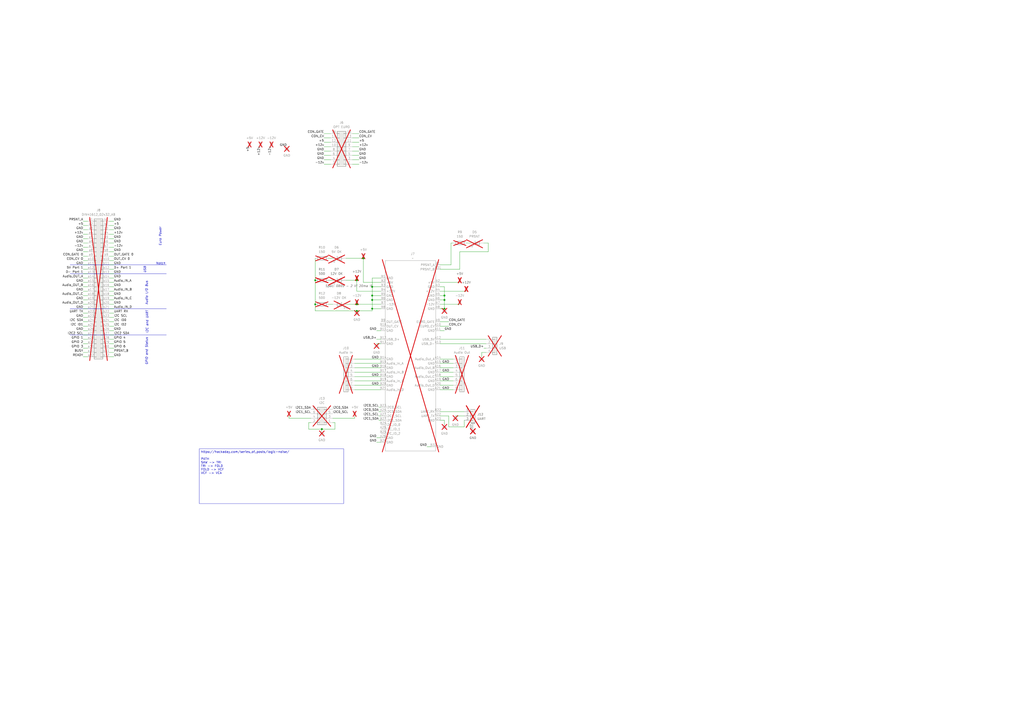
<source format=kicad_sch>
(kicad_sch (version 20231120) (generator "eeschema") (generator_version "8.0")
  (paper "A2")
  (title_block (title "Audio Thing Template") (rev "1.0") (company "velvia-fifty") (comment 1 "https://github.com/velvia-fifty/AudioThings") (comment 2 "You should have changed this already :)") (comment 4 "Stay humble"))
  (lib_symbols
    (symbol "AT-Symbols:EURO_Express_x4" (in_bom no)
      (property "Reference" "J" (at 1.27 2.032 0))
      (symbol "EURO_Express_x4_0_0"
        (pin passive line (at 43.18 2.54 180) (length 2.54) (name "PRSNT_A") (number "A1"))
        (pin bidirectional line (at 43.18 -33.02 180) (length 2.54) (name "EURO_CV") (number "A10"))
        (pin passive line (at 43.18 -35.56 180) (length 2.54) (name "GND") (number "A11"))
        (pin power_out line (at 43.18 -40.64 180) (length 2.54) (name "USB_5V") (number "A12"))
        (pin bidirectional line (at 43.18 -43.18 180) (length 2.54) (name "USB_D-") (number "A13"))
        (pin bidirectional line (at 43.18 -52.07 180) (length 2.54) (name "Audio_Out_A") (number "A14"))
        (pin passive line (at 43.18 -54.61 180) (length 2.54) (name "GND") (number "A15"))
        (pin bidirectional line (at 43.18 -57.15 180) (length 2.54) (name "Audio_Out_B") (number "A16"))
        (pin passive line (at 43.18 -59.69 180) (length 2.54) (name "GND") (number "A17"))
        (pin bidirectional line (at 43.18 -62.23 180) (length 2.54) (name "Audio_Out_C") (number "A18"))
        (pin passive line (at 43.18 -64.77 180) (length 2.54) (name "GND") (number "A19"))
        (pin power_in line (at 43.18 -7.62 180) (length 2.54) (name "+5V") (number "A2"))
        (pin bidirectional line (at 43.18 -67.31 180) (length 2.54) (name "Audio_Out_D") (number "A20"))
        (pin passive line (at 43.18 -69.85 180) (length 2.54) (name "GND") (number "A21"))
        (pin passive line (at 43.18 -87.63 180) (length 2.54) (name "GND") (number "A23"))
        (pin passive line (at 8.89 -97.79 0) (length 2.54) (name "GND") (number "A26"))
        (pin passive line (at 43.18 -10.16 180) (length 2.54) (name "GND") (number "A3"))
        (pin power_in line (at 43.18 -12.7 180) (length 2.54) (name "+12V") (number "A4"))
        (pin passive line (at 43.18 -15.24 180) (length 2.54) (name "GND") (number "A5"))
        (pin passive line (at 43.18 -17.78 180) (length 2.54) (name "GND") (number "A6"))
        (pin power_in line (at 43.18 -20.32 180) (length 2.54) (name "-12V") (number "A7"))
        (pin passive line (at 43.18 -22.86 180) (length 2.54) (name "GND") (number "A8"))
        (pin bidirectional line (at 43.18 -30.48 180) (length 2.54) (name "EURO_GATE") (number "A9"))
        (pin passive line (at 8.89 -5.08 0) (length 2.54) (name "GND") (number "B1"))
        (pin bidirectional line (at 8.89 -33.02 0) (length 2.54) (name "OUT_CV") (number "B10"))
        (pin passive line (at 8.89 -35.56 0) (length 2.54) (name "GND") (number "B11"))
        (pin bidirectional line (at 8.89 -40.64 0) (length 2.54) (name "USB_D+") (number "B12"))
        (pin passive line (at 8.89 -43.18 0) (length 2.54) (name "GND") (number "B13"))
        (pin passive line (at 8.89 -52.07 0) (length 2.54) (name "GND") (number "B14"))
        (pin bidirectional line (at 8.89 -54.61 0) (length 2.54) (name "Audio_In_A") (number "B15"))
        (pin passive line (at 8.89 -57.15 0) (length 2.54) (name "GND") (number "B16"))
        (pin bidirectional line (at 8.89 -59.69 0) (length 2.54) (name "Audio_In_B") (number "B17"))
        (pin passive line (at 8.89 -62.23 0) (length 2.54) (name "GND") (number "B18"))
        (pin bidirectional line (at 8.89 -64.77 0) (length 2.54) (name "Audio_In_C") (number "B19"))
        (pin power_in line (at 8.89 -7.62 0) (length 2.54) (name "+5V") (number "B2"))
        (pin passive line (at 8.89 -67.31 0) (length 2.54) (name "GND") (number "B20"))
        (pin bidirectional line (at 8.89 -69.85 0) (length 2.54) (name "Audio_In_D") (number "B21"))
        (pin passive line (at 8.89 -100.33 0) (length 2.54) (name "GND") (number "B26"))
        (pin passive line (at 8.89 -10.16 0) (length 2.54) (name "GND") (number "B3"))
        (pin passive line (at 38.1 -102.87 0) (length 2.54) (name "GND") (number "B32"))
        (pin power_in line (at 8.89 -12.7 0) (length 2.54) (name "+12V") (number "B4"))
        (pin passive line (at 8.89 -15.24 0) (length 2.54) (name "GND") (number "B5"))
        (pin passive line (at 8.89 -17.78 0) (length 2.54) (name "GND") (number "B6"))
        (pin power_in line (at 8.89 -20.32 0) (length 2.54) (name "-12V") (number "B7"))
        (pin passive line (at 8.89 -22.86 0) (length 2.54) (name "GND") (number "B8"))
        (pin bidirectional line (at 8.89 -30.48 0) (length 2.54) (name "OUT_GATE") (number "B9"))
      )
      (symbol "EURO_Express_x4_1_1"
        (rectangle (start 11.43 5.08) (end 40.64 -105.41) (stroke (width 0) (color 72 0 0 1)))
        (pin output line (at 43.18 -85.09 180) (length 2.54) (name "UART_TX") (number "A22"))
        (pin bidirectional line (at 8.89 -82.55 0) (length 2.54) (name "I2C0_SDA") (number "A24"))
        (pin bidirectional line (at 8.89 -92.71 0) (length 2.54) (name "I2C_ID_1") (number "A25"))
        (pin bidirectional line (at 8.89 -85.09 0) (length 2.54) (name "I2C1_SCL") (number "A27"))
        (pin input line (at 43.18 -82.55 180) (length 2.54) (name "UART_RX") (number "B22"))
        (pin bidirectional line (at 8.89 -80.01 0) (length 2.54) (name "I2C0_SCL") (number "B23"))
        (pin bidirectional line (at 8.89 -90.17 0) (length 2.54) (name "I2C_ID_0") (number "B24"))
        (pin bidirectional line (at 8.89 -95.25 0) (length 2.54) (name "I2C_ID_2") (number "B25"))
        (pin bidirectional line (at 8.89 -87.63 0) (length 2.54) (name "I2C1_SDA") (number "B27"))
        (pin passive line (at 43.18 0 180) (length 2.54) (name "PRSNT_B") (number "B31"))
      )
    )
    (symbol "Connector:DIN41612_02x32_AB" (pin_names (offset 1.016) hide)
      (property "Reference" "J" (at 1.27 40.64 0))
      (property "Value" "DIN41612_02x32_AB" (at 1.27 -43.18 0))
      (symbol "DIN41612_02x32_AB_1_1"
        (rectangle (start -1.27 -40.513) (end 0 -40.767) (stroke (width 0.1524)))
        (rectangle (start -1.27 -37.973) (end 0 -38.227) (stroke (width 0.1524)))
        (rectangle (start -1.27 -35.433) (end 0 -35.687) (stroke (width 0.1524)))
        (rectangle (start -1.27 -32.893) (end 0 -33.147) (stroke (width 0.1524)))
        (rectangle (start -1.27 -30.353) (end 0 -30.607) (stroke (width 0.1524)))
        (rectangle (start -1.27 -27.813) (end 0 -28.067) (stroke (width 0.1524)))
        (rectangle (start -1.27 -25.273) (end 0 -25.527) (stroke (width 0.1524)))
        (rectangle (start -1.27 -22.733) (end 0 -22.987) (stroke (width 0.1524)))
        (rectangle (start -1.27 -20.193) (end 0 -20.447) (stroke (width 0.1524)))
        (rectangle (start -1.27 -17.653) (end 0 -17.907) (stroke (width 0.1524)))
        (rectangle (start -1.27 -15.113) (end 0 -15.367) (stroke (width 0.1524)))
        (rectangle (start -1.27 -12.573) (end 0 -12.827) (stroke (width 0.1524)))
        (rectangle (start -1.27 -10.033) (end 0 -10.287) (stroke (width 0.1524)))
        (rectangle (start -1.27 -7.493) (end 0 -7.747) (stroke (width 0.1524)))
        (rectangle (start -1.27 -4.953) (end 0 -5.207) (stroke (width 0.1524)))
        (rectangle (start -1.27 -2.413) (end 0 -2.667) (stroke (width 0.1524)))
        (rectangle (start -1.27 0.127) (end 0 -0.127) (stroke (width 0.1524)))
        (rectangle (start -1.27 2.667) (end 0 2.413) (stroke (width 0.1524)))
        (rectangle (start -1.27 5.207) (end 0 4.953) (stroke (width 0.1524)))
        (rectangle (start -1.27 7.747) (end 0 7.493) (stroke (width 0.1524)))
        (rectangle (start -1.27 10.287) (end 0 10.033) (stroke (width 0.1524)))
        (rectangle (start -1.27 12.827) (end 0 12.573) (stroke (width 0.1524)))
        (rectangle (start -1.27 15.367) (end 0 15.113) (stroke (width 0.1524)))
        (rectangle (start -1.27 17.907) (end 0 17.653) (stroke (width 0.1524)))
        (rectangle (start -1.27 20.447) (end 0 20.193) (stroke (width 0.1524)))
        (rectangle (start -1.27 22.987) (end 0 22.733) (stroke (width 0.1524)))
        (rectangle (start -1.27 25.527) (end 0 25.273) (stroke (width 0.1524)))
        (rectangle (start -1.27 28.067) (end 0 27.813) (stroke (width 0.1524)))
        (rectangle (start -1.27 30.607) (end 0 30.353) (stroke (width 0.1524)))
        (rectangle (start -1.27 33.147) (end 0 32.893) (stroke (width 0.1524)))
        (rectangle (start -1.27 35.687) (end 0 35.433) (stroke (width 0.1524)))
        (rectangle (start -1.27 38.227) (end 0 37.973) (stroke (width 0.1524)))
        (rectangle (start -1.27 39.37) (end 3.81 -41.91) (stroke (width 0.254)) (fill (type background)))
        (rectangle (start 3.81 -40.513) (end 2.54 -40.767) (stroke (width 0.1524)))
        (rectangle (start 3.81 -37.973) (end 2.54 -38.227) (stroke (width 0.1524)))
        (rectangle (start 3.81 -35.433) (end 2.54 -35.687) (stroke (width 0.1524)))
        (rectangle (start 3.81 -32.893) (end 2.54 -33.147) (stroke (width 0.1524)))
        (rectangle (start 3.81 -30.353) (end 2.54 -30.607) (stroke (width 0.1524)))
        (rectangle (start 3.81 -27.813) (end 2.54 -28.067) (stroke (width 0.1524)))
        (rectangle (start 3.81 -25.273) (end 2.54 -25.527) (stroke (width 0.1524)))
        (rectangle (start 3.81 -22.733) (end 2.54 -22.987) (stroke (width 0.1524)))
        (rectangle (start 3.81 -20.193) (end 2.54 -20.447) (stroke (width 0.1524)))
        (rectangle (start 3.81 -17.653) (end 2.54 -17.907) (stroke (width 0.1524)))
        (rectangle (start 3.81 -15.113) (end 2.54 -15.367) (stroke (width 0.1524)))
        (rectangle (start 3.81 -12.573) (end 2.54 -12.827) (stroke (width 0.1524)))
        (rectangle (start 3.81 -10.033) (end 2.54 -10.287) (stroke (width 0.1524)))
        (rectangle (start 3.81 -7.493) (end 2.54 -7.747) (stroke (width 0.1524)))
        (rectangle (start 3.81 -4.953) (end 2.54 -5.207) (stroke (width 0.1524)))
        (rectangle (start 3.81 -2.413) (end 2.54 -2.667) (stroke (width 0.1524)))
        (rectangle (start 3.81 0.127) (end 2.54 -0.127) (stroke (width 0.1524)))
        (rectangle (start 3.81 2.667) (end 2.54 2.413) (stroke (width 0.1524)))
        (rectangle (start 3.81 5.207) (end 2.54 4.953) (stroke (width 0.1524)))
        (rectangle (start 3.81 7.747) (end 2.54 7.493) (stroke (width 0.1524)))
        (rectangle (start 3.81 10.287) (end 2.54 10.033) (stroke (width 0.1524)))
        (rectangle (start 3.81 12.827) (end 2.54 12.573) (stroke (width 0.1524)))
        (rectangle (start 3.81 15.367) (end 2.54 15.113) (stroke (width 0.1524)))
        (rectangle (start 3.81 17.907) (end 2.54 17.653) (stroke (width 0.1524)))
        (rectangle (start 3.81 20.447) (end 2.54 20.193) (stroke (width 0.1524)))
        (rectangle (start 3.81 22.987) (end 2.54 22.733) (stroke (width 0.1524)))
        (rectangle (start 3.81 25.527) (end 2.54 25.273) (stroke (width 0.1524)))
        (rectangle (start 3.81 28.067) (end 2.54 27.813) (stroke (width 0.1524)))
        (rectangle (start 3.81 30.607) (end 2.54 30.353) (stroke (width 0.1524)))
        (rectangle (start 3.81 33.147) (end 2.54 32.893) (stroke (width 0.1524)))
        (rectangle (start 3.81 35.687) (end 2.54 35.433) (stroke (width 0.1524)))
        (rectangle (start 3.81 38.227) (end 2.54 37.973) (stroke (width 0.1524)))
        (pin passive line (at -5.08 38.1 0) (length 3.81) (name "Pin_a1") (number "a1"))
        (pin passive line (at -5.08 15.24 0) (length 3.81) (name "Pin_a10") (number "a10"))
        (pin passive line (at -5.08 12.7 0) (length 3.81) (name "Pin_a11") (number "a11"))
        (pin passive line (at -5.08 10.16 0) (length 3.81) (name "Pin_a12") (number "a12"))
        (pin passive line (at -5.08 7.62 0) (length 3.81) (name "Pin_a13") (number "a13"))
        (pin passive line (at -5.08 5.08 0) (length 3.81) (name "Pin_a14") (number "a14"))
        (pin passive line (at -5.08 2.54 0) (length 3.81) (name "Pin_a15") (number "a15"))
        (pin passive line (at -5.08 0 0) (length 3.81) (name "Pin_a16") (number "a16"))
        (pin passive line (at -5.08 -2.54 0) (length 3.81) (name "Pin_a17") (number "a17"))
        (pin passive line (at -5.08 -5.08 0) (length 3.81) (name "Pin_a18") (number "a18"))
        (pin passive line (at -5.08 -7.62 0) (length 3.81) (name "Pin_a19") (number "a19"))
        (pin passive line (at -5.08 35.56 0) (length 3.81) (name "Pin_a2") (number "a2"))
        (pin passive line (at -5.08 -10.16 0) (length 3.81) (name "Pin_a20") (number "a20"))
        (pin passive line (at -5.08 -12.7 0) (length 3.81) (name "Pin_a21") (number "a21"))
        (pin passive line (at -5.08 -15.24 0) (length 3.81) (name "Pin_a22") (number "a22"))
        (pin passive line (at -5.08 -17.78 0) (length 3.81) (name "Pin_a23") (number "a23"))
        (pin passive line (at -5.08 -20.32 0) (length 3.81) (name "Pin_a24") (number "a24"))
        (pin passive line (at -5.08 -22.86 0) (length 3.81) (name "Pin_a25") (number "a25"))
        (pin passive line (at -5.08 -25.4 0) (length 3.81) (name "Pin_a26") (number "a26"))
        (pin passive line (at -5.08 -27.94 0) (length 3.81) (name "Pin_a27") (number "a27"))
        (pin passive line (at -5.08 -30.48 0) (length 3.81) (name "Pin_a28") (number "a28"))
        (pin passive line (at -5.08 -33.02 0) (length 3.81) (name "Pin_a29") (number "a29"))
        (pin passive line (at -5.08 33.02 0) (length 3.81) (name "Pin_a3") (number "a3"))
        (pin passive line (at -5.08 -35.56 0) (length 3.81) (name "Pin_a30") (number "a30"))
        (pin passive line (at -5.08 -38.1 0) (length 3.81) (name "Pin_a31") (number "a31"))
        (pin passive line (at -5.08 -40.64 0) (length 3.81) (name "Pin_a32") (number "a32"))
        (pin passive line (at -5.08 30.48 0) (length 3.81) (name "Pin_a4") (number "a4"))
        (pin passive line (at -5.08 27.94 0) (length 3.81) (name "Pin_a5") (number "a5"))
        (pin passive line (at -5.08 25.4 0) (length 3.81) (name "Pin_a6") (number "a6"))
        (pin passive line (at -5.08 22.86 0) (length 3.81) (name "Pin_a7") (number "a7"))
        (pin passive line (at -5.08 20.32 0) (length 3.81) (name "Pin_a8") (number "a8"))
        (pin passive line (at -5.08 17.78 0) (length 3.81) (name "Pin_a9") (number "a9"))
        (pin passive line (at 7.62 38.1 180) (length 3.81) (name "Pin_b1") (number "b1"))
        (pin passive line (at 7.62 15.24 180) (length 3.81) (name "Pin_b10") (number "b10"))
        (pin passive line (at 7.62 12.7 180) (length 3.81) (name "Pin_b11") (number "b11"))
        (pin passive line (at 7.62 10.16 180) (length 3.81) (name "Pin_b12") (number "b12"))
        (pin passive line (at 7.62 7.62 180) (length 3.81) (name "Pin_b13") (number "b13"))
        (pin passive line (at 7.62 5.08 180) (length 3.81) (name "Pin_b14") (number "b14"))
        (pin passive line (at 7.62 2.54 180) (length 3.81) (name "Pin_b15") (number "b15"))
        (pin passive line (at 7.62 0 180) (length 3.81) (name "Pin_b16") (number "b16"))
        (pin passive line (at 7.62 -2.54 180) (length 3.81) (name "Pin_b17") (number "b17"))
        (pin passive line (at 7.62 -5.08 180) (length 3.81) (name "Pin_b18") (number "b18"))
        (pin passive line (at 7.62 -7.62 180) (length 3.81) (name "Pin_b19") (number "b19"))
        (pin passive line (at 7.62 35.56 180) (length 3.81) (name "Pin_b2") (number "b2"))
        (pin passive line (at 7.62 -10.16 180) (length 3.81) (name "Pin_b20") (number "b20"))
        (pin passive line (at 7.62 -12.7 180) (length 3.81) (name "Pin_b21") (number "b21"))
        (pin passive line (at 7.62 -15.24 180) (length 3.81) (name "Pin_b22") (number "b22"))
        (pin passive line (at 7.62 -17.78 180) (length 3.81) (name "Pin_b23") (number "b23"))
        (pin passive line (at 7.62 -20.32 180) (length 3.81) (name "Pin_b24") (number "b24"))
        (pin passive line (at 7.62 -22.86 180) (length 3.81) (name "Pin_b25") (number "b25"))
        (pin passive line (at 7.62 -25.4 180) (length 3.81) (name "Pin_b26") (number "b26"))
        (pin passive line (at 7.62 -27.94 180) (length 3.81) (name "Pin_b27") (number "b27"))
        (pin passive line (at 7.62 -30.48 180) (length 3.81) (name "Pin_b28") (number "b28"))
        (pin passive line (at 7.62 -33.02 180) (length 3.81) (name "Pin_b29") (number "b29"))
        (pin passive line (at 7.62 33.02 180) (length 3.81) (name "Pin_b3") (number "b3"))
        (pin passive line (at 7.62 -35.56 180) (length 3.81) (name "Pin_b30") (number "b30"))
        (pin passive line (at 7.62 -38.1 180) (length 3.81) (name "Pin_b31") (number "b31"))
        (pin passive line (at 7.62 -40.64 180) (length 3.81) (name "Pin_b32") (number "b32"))
        (pin passive line (at 7.62 30.48 180) (length 3.81) (name "Pin_b4") (number "b4"))
        (pin passive line (at 7.62 27.94 180) (length 3.81) (name "Pin_b5") (number "b5"))
        (pin passive line (at 7.62 25.4 180) (length 3.81) (name "Pin_b6") (number "b6"))
        (pin passive line (at 7.62 22.86 180) (length 3.81) (name "Pin_b7") (number "b7"))
        (pin passive line (at 7.62 20.32 180) (length 3.81) (name "Pin_b8") (number "b8"))
        (pin passive line (at 7.62 17.78 180) (length 3.81) (name "Pin_b9") (number "b9"))
      )
    )
    (symbol "Connector_Generic:Conn_01x08" (pin_names (offset 1.016) hide)
      (property "Reference" "J" (at 0 10.16 0))
      (property "Value" "Conn_01x08" (at 0 -12.7 0))
      (symbol "Conn_01x08_1_1"
        (rectangle (start -1.27 -10.033) (end 0 -10.287) (stroke (width 0.1524)))
        (rectangle (start -1.27 -7.493) (end 0 -7.747) (stroke (width 0.1524)))
        (rectangle (start -1.27 -4.953) (end 0 -5.207) (stroke (width 0.1524)))
        (rectangle (start -1.27 -2.413) (end 0 -2.667) (stroke (width 0.1524)))
        (rectangle (start -1.27 0.127) (end 0 -0.127) (stroke (width 0.1524)))
        (rectangle (start -1.27 2.667) (end 0 2.413) (stroke (width 0.1524)))
        (rectangle (start -1.27 5.207) (end 0 4.953) (stroke (width 0.1524)))
        (rectangle (start -1.27 7.747) (end 0 7.493) (stroke (width 0.1524)))
        (rectangle (start -1.27 8.89) (end 1.27 -11.43) (stroke (width 0.254)) (fill (type background)))
        (pin passive line (at -5.08 7.62 0) (length 3.81) (name "Pin_1") (number "1"))
        (pin passive line (at -5.08 5.08 0) (length 3.81) (name "Pin_2") (number "2"))
        (pin passive line (at -5.08 2.54 0) (length 3.81) (name "Pin_3") (number "3"))
        (pin passive line (at -5.08 0 0) (length 3.81) (name "Pin_4") (number "4"))
        (pin passive line (at -5.08 -2.54 0) (length 3.81) (name "Pin_5") (number "5"))
        (pin passive line (at -5.08 -5.08 0) (length 3.81) (name "Pin_6") (number "6"))
        (pin passive line (at -5.08 -7.62 0) (length 3.81) (name "Pin_7") (number "7"))
        (pin passive line (at -5.08 -10.16 0) (length 3.81) (name "Pin_8") (number "8"))
      )
    )
    (symbol "Connector_Generic:Conn_02x04_Odd_Even" (pin_names (offset 1.016) hide)
      (property "Reference" "J" (at 1.27 5.08 0))
      (property "Value" "Conn_02x04_Odd_Even" (at 1.27 -7.62 0))
      (symbol "Conn_02x04_Odd_Even_1_1"
        (rectangle (start -1.27 -4.953) (end 0 -5.207) (stroke (width 0.1524)))
        (rectangle (start -1.27 -2.413) (end 0 -2.667) (stroke (width 0.1524)))
        (rectangle (start -1.27 0.127) (end 0 -0.127) (stroke (width 0.1524)))
        (rectangle (start -1.27 2.667) (end 0 2.413) (stroke (width 0.1524)))
        (rectangle (start -1.27 3.81) (end 3.81 -6.35) (stroke (width 0.254)) (fill (type background)))
        (rectangle (start 3.81 -4.953) (end 2.54 -5.207) (stroke (width 0.1524)))
        (rectangle (start 3.81 -2.413) (end 2.54 -2.667) (stroke (width 0.1524)))
        (rectangle (start 3.81 0.127) (end 2.54 -0.127) (stroke (width 0.1524)))
        (rectangle (start 3.81 2.667) (end 2.54 2.413) (stroke (width 0.1524)))
        (pin passive line (at -5.08 2.54 0) (length 3.81) (name "Pin_1") (number "1"))
        (pin passive line (at 7.62 2.54 180) (length 3.81) (name "Pin_2") (number "2"))
        (pin passive line (at -5.08 0 0) (length 3.81) (name "Pin_3") (number "3"))
        (pin passive line (at 7.62 0 180) (length 3.81) (name "Pin_4") (number "4"))
        (pin passive line (at -5.08 -2.54 0) (length 3.81) (name "Pin_5") (number "5"))
        (pin passive line (at 7.62 -2.54 180) (length 3.81) (name "Pin_6") (number "6"))
        (pin passive line (at -5.08 -5.08 0) (length 3.81) (name "Pin_7") (number "7"))
        (pin passive line (at 7.62 -5.08 180) (length 3.81) (name "Pin_8") (number "8"))
      )
    )
    (symbol "Connector_Generic:Conn_02x08_Odd_Even" (pin_names (offset 1.016) hide)
      (property "Reference" "J" (at 1.27 10.16 0))
      (property "Value" "Conn_02x08_Odd_Even" (at 1.27 -12.7 0))
      (symbol "Conn_02x08_Odd_Even_1_1"
        (rectangle (start -1.27 -10.033) (end 0 -10.287) (stroke (width 0.1524)))
        (rectangle (start -1.27 -7.493) (end 0 -7.747) (stroke (width 0.1524)))
        (rectangle (start -1.27 -4.953) (end 0 -5.207) (stroke (width 0.1524)))
        (rectangle (start -1.27 -2.413) (end 0 -2.667) (stroke (width 0.1524)))
        (rectangle (start -1.27 0.127) (end 0 -0.127) (stroke (width 0.1524)))
        (rectangle (start -1.27 2.667) (end 0 2.413) (stroke (width 0.1524)))
        (rectangle (start -1.27 5.207) (end 0 4.953) (stroke (width 0.1524)))
        (rectangle (start -1.27 7.747) (end 0 7.493) (stroke (width 0.1524)))
        (rectangle (start -1.27 8.89) (end 3.81 -11.43) (stroke (width 0.254)) (fill (type background)))
        (rectangle (start 3.81 -10.033) (end 2.54 -10.287) (stroke (width 0.1524)))
        (rectangle (start 3.81 -7.493) (end 2.54 -7.747) (stroke (width 0.1524)))
        (rectangle (start 3.81 -4.953) (end 2.54 -5.207) (stroke (width 0.1524)))
        (rectangle (start 3.81 -2.413) (end 2.54 -2.667) (stroke (width 0.1524)))
        (rectangle (start 3.81 0.127) (end 2.54 -0.127) (stroke (width 0.1524)))
        (rectangle (start 3.81 2.667) (end 2.54 2.413) (stroke (width 0.1524)))
        (rectangle (start 3.81 5.207) (end 2.54 4.953) (stroke (width 0.1524)))
        (rectangle (start 3.81 7.747) (end 2.54 7.493) (stroke (width 0.1524)))
        (pin passive line (at -5.08 7.62 0) (length 3.81) (name "Pin_1") (number "1"))
        (pin passive line (at 7.62 -2.54 180) (length 3.81) (name "Pin_10") (number "10"))
        (pin passive line (at -5.08 -5.08 0) (length 3.81) (name "Pin_11") (number "11"))
        (pin passive line (at 7.62 -5.08 180) (length 3.81) (name "Pin_12") (number "12"))
        (pin passive line (at -5.08 -7.62 0) (length 3.81) (name "Pin_13") (number "13"))
        (pin passive line (at 7.62 -7.62 180) (length 3.81) (name "Pin_14") (number "14"))
        (pin passive line (at -5.08 -10.16 0) (length 3.81) (name "Pin_15") (number "15"))
        (pin passive line (at 7.62 -10.16 180) (length 3.81) (name "Pin_16") (number "16"))
        (pin passive line (at 7.62 7.62 180) (length 3.81) (name "Pin_2") (number "2"))
        (pin passive line (at -5.08 5.08 0) (length 3.81) (name "Pin_3") (number "3"))
        (pin passive line (at 7.62 5.08 180) (length 3.81) (name "Pin_4") (number "4"))
        (pin passive line (at -5.08 2.54 0) (length 3.81) (name "Pin_5") (number "5"))
        (pin passive line (at 7.62 2.54 180) (length 3.81) (name "Pin_6") (number "6"))
        (pin passive line (at -5.08 0 0) (length 3.81) (name "Pin_7") (number "7"))
        (pin passive line (at 7.62 0 180) (length 3.81) (name "Pin_8") (number "8"))
        (pin passive line (at -5.08 -2.54 0) (length 3.81) (name "Pin_9") (number "9"))
      )
    )
    (symbol "Connector_Generic_MountingPin:Conn_01x03_MountingPin" (pin_names (offset 1.016) hide)
      (property "Reference" "J" (at 0 5.08 0))
      (property "Value" "Conn_01x03_MountingPin" (at 1.27 -5.08 0))
      (symbol "Conn_01x03_MountingPin_1_1"
        (rectangle (start -1.27 -2.413) (end 0 -2.667) (stroke (width 0.1524)))
        (rectangle (start -1.27 0.127) (end 0 -0.127) (stroke (width 0.1524)))
        (rectangle (start -1.27 2.667) (end 0 2.413) (stroke (width 0.1524)))
        (rectangle (start -1.27 3.81) (end 1.27 -3.81) (stroke (width 0.254)) (fill (type background)))
        (polyline (pts (xy -1.016 -4.572) (xy 1.016 -4.572)) (stroke (width 0.1524)))
        (text "Mounting" (at 0 -4.191 0) (effects (font (size 0.381 0.381))))
        (pin passive line (at -5.08 2.54 0) (length 3.81) (name "Pin_1") (number "1"))
        (pin passive line (at -5.08 0 0) (length 3.81) (name "Pin_2") (number "2"))
        (pin passive line (at -5.08 -2.54 0) (length 3.81) (name "Pin_3") (number "3"))
        (pin passive line (at 0 -7.62 90) (length 3.048) (name "MountPin") (number "MP"))
      )
    )
    (symbol "Device:LED" (pin_numbers hide) (pin_names (offset 1.016) hide)
      (property "Reference" "D" (at 0 2.54 0))
      (property "Value" "LED" (at 0 -2.54 0))
      (symbol "LED_0_1"
        (polyline (pts (xy -1.27 -1.27) (xy -1.27 1.27)) (stroke (width 0.254)))
        (polyline (pts (xy -1.27 0) (xy 1.27 0)))
        (polyline (pts (xy 1.27 -1.27) (xy 1.27 1.27) (xy -1.27 0) (xy 1.27 -1.27)) (stroke (width 0.254)))
        (polyline (pts (xy -3.048 -0.762) (xy -4.572 -2.286) (xy -3.81 -2.286) (xy -4.572 -2.286) (xy -4.572 -1.524)))
        (polyline (pts (xy -1.778 -0.762) (xy -3.302 -2.286) (xy -2.54 -2.286) (xy -3.302 -2.286) (xy -3.302 -1.524)))
      )
      (symbol "LED_1_1"
        (pin passive line (at -3.81 0 0) (length 2.54) (name "K") (number "1"))
        (pin passive line (at 3.81 0 180) (length 2.54) (name "A") (number "2"))
      )
    )
    (symbol "Device:R" (pin_numbers hide) (pin_names (offset 0))
      (property "Reference" "R" (at 2.032 0 90))
      (property "Value" "R" (at 0 0 90))
      (symbol "R_0_1"
        (rectangle (start -1.016 -2.54) (end 1.016 2.54) (stroke (width 0.254)))
      )
      (symbol "R_1_1"
        (pin passive line (at 0 3.81 270) (length 1.27) (name "~") (number "1"))
        (pin passive line (at 0 -3.81 90) (length 1.27) (name "~") (number "2"))
      )
    )
    (symbol "PCM_4ms_Connector:Conn_01x04" (pin_names (offset 1.016) hide)
      (property "Reference" "J" (at 0 5.08 0))
      (property "Value" "Conn_01x04" (at 0 -7.62 0))
      (symbol "Conn_01x04_1_1"
        (rectangle (start -1.27 -4.953) (end 0 -5.207) (stroke (width 0.1524)))
        (rectangle (start -1.27 -2.413) (end 0 -2.667) (stroke (width 0.1524)))
        (rectangle (start -1.27 0.127) (end 0 -0.127) (stroke (width 0.1524)))
        (rectangle (start -1.27 2.667) (end 0 2.413) (stroke (width 0.1524)))
        (rectangle (start -1.27 3.81) (end 1.27 -6.35) (stroke (width 0.254)) (fill (type background)))
        (pin passive line (at -5.08 2.54 0) (length 3.81) (name "Pin_1") (number "1"))
        (pin passive line (at -5.08 0 0) (length 3.81) (name "Pin_2") (number "2"))
        (pin passive line (at -5.08 -2.54 0) (length 3.81) (name "Pin_3") (number "3"))
        (pin passive line (at -5.08 -5.08 0) (length 3.81) (name "Pin_4") (number "4"))
      )
    )
    (symbol "power:+12V" (power) (pin_numbers hide) (pin_names (offset 0) hide)
      (property "Value" "+12V" (at 0 3.556 0))
      (symbol "+12V_0_1"
        (polyline (pts (xy -0.762 1.27) (xy 0 2.54)))
        (polyline (pts (xy 0 0) (xy 0 2.54)))
        (polyline (pts (xy 0 2.54) (xy 0.762 1.27)))
      )
      (symbol "+12V_1_1"
        (pin power_in line (at 0 0 90) (length 0) (name "~") (number "1"))
      )
    )
    (symbol "power:+5V" (power) (pin_numbers hide) (pin_names (offset 0) hide)
      (property "Value" "+5V" (at 0 3.556 0))
      (symbol "+5V_0_1"
        (polyline (pts (xy -0.762 1.27) (xy 0 2.54)))
        (polyline (pts (xy 0 0) (xy 0 2.54)))
        (polyline (pts (xy 0 2.54) (xy 0.762 1.27)))
      )
      (symbol "+5V_1_1"
        (pin power_in line (at 0 0 90) (length 0) (name "~") (number "1"))
      )
    )
    (symbol "power:-12V" (power) (pin_numbers hide) (pin_names (offset 0) hide)
      (property "Value" "-12V" (at 0 3.556 0))
      (symbol "-12V_0_0"
        (pin power_in line (at 0 0 90) (length 0) (name "~") (number "1"))
      )
      (symbol "-12V_0_1"
        (polyline (pts (xy 0 0) (xy 0 1.27) (xy 0.762 1.27) (xy 0 2.54) (xy -0.762 1.27) (xy 0 1.27)) (fill (type outline)))
      )
    )
    (symbol "power:GND" (power) (pin_numbers hide) (pin_names (offset 0) hide)
      (property "Value" "GND" (at 0 -3.81 0))
      (symbol "GND_0_1"
        (polyline (pts (xy 0 0) (xy 0 -1.27) (xy 1.27 -1.27) (xy 0 -2.54) (xy -1.27 -1.27) (xy 0 -1.27)))
      )
      (symbol "GND_1_1"
        (pin power_in line (at 0 0 270) (length 0) (name "~") (number "1"))
      )
    )
  )
  (junction (at 207.01 176.53))
  (junction (at 257.81 179.07))
  (junction (at 215.9 166.37))
  (junction (at 182.88 162.56))
  (junction (at 210.82 149.86))
  (junction (at 215.9 171.45))
  (junction (at 257.81 173.99))
  (junction (at 215.9 173.99))
  (junction (at 182.88 176.53))
  (junction (at 257.81 171.45))
  (junction (at 207.01 162.56))
  (junction (at 215.9 179.07))
  (junction (at 207.01 180.34))
  (junction (at 186.69 248.92))
  (wire (pts (xy 262.89 208.28) (xy 255.27 208.28)))
  (wire (pts (xy 215.9 161.29) (xy 215.9 166.37)))
  (wire (pts (xy 266.7 146.05) (xy 266.7 156.21)))
  (wire (pts (xy 205.74 223.52) (xy 220.98 223.52)))
  (wire (pts (xy 66.04 168.91) (xy 63.5 168.91)))
  (wire (pts (xy 48.26 207.01) (xy 50.8 207.01)))
  (wire (pts (xy 48.26 184.15) (xy 50.8 184.15)))
  (wire (pts (xy 66.04 133.35) (xy 63.5 133.35)))
  (wire (pts (xy 205.74 220.98) (xy 220.98 220.98)))
  (wire (pts (xy 66.04 138.43) (xy 63.5 138.43)))
  (wire (pts (xy 66.04 140.97) (xy 63.5 140.97)))
  (wire (pts (xy 180.34 245.11) (xy 179.07 245.11)))
  (wire (pts (xy 48.26 166.37) (xy 50.8 166.37)))
  (wire (pts (xy 269.24 247.65) (xy 269.24 243.84)))
  (wire (pts (xy 48.26 194.31) (xy 50.8 194.31)))
  (wire (pts (xy 219.71 238.76) (xy 220.98 238.76)))
  (wire (pts (xy 48.26 171.45) (xy 50.8 171.45)))
  (wire (pts (xy 48.26 148.59) (xy 50.8 148.59)))
  (wire (pts (xy 255.27 238.76) (xy 269.24 238.76)))
  (wire (pts (xy 208.28 92.71) (xy 204.47 92.71)))
  (wire (pts (xy 260.35 247.65) (xy 269.24 247.65)))
  (wire (pts (xy 266.7 146.05) (xy 283.21 146.05)))
  (wire (pts (xy 66.04 186.69) (xy 63.5 186.69)))
  (wire (pts (xy 261.62 140.97) (xy 261.62 153.67)))
  (wire (pts (xy 257.81 191.77) (xy 255.27 191.77)))
  (wire (pts (xy 261.62 140.97) (xy 262.89 140.97)))
  (wire (pts (xy 218.44 199.39) (xy 220.98 199.39)))
  (wire (pts (xy 48.26 138.43) (xy 50.8 138.43)))
  (wire (pts (xy 187.96 80.01) (xy 191.77 80.01)))
  (wire (pts (xy 48.26 146.05) (xy 50.8 146.05)))
  (wire (pts (xy 283.21 140.97) (xy 280.67 140.97)))
  (wire (pts (xy 219.71 241.3) (xy 220.98 241.3)))
  (wire (pts (xy 48.26 133.35) (xy 50.8 133.35)))
  (wire (pts (xy 207.01 162.56) (xy 200.66 162.56)))
  (wire (pts (xy 207.01 180.34) (xy 182.88 180.34)))
  (wire (pts (xy 66.04 151.13) (xy 63.5 151.13)))
  (wire (pts (xy 207.01 176.53) (xy 220.98 176.53)))
  (wire (pts (xy 205.74 208.28) (xy 220.98 208.28)))
  (wire (pts (xy 205.74 242.57) (xy 193.04 242.57)))
  (wire (pts (xy 200.66 176.53) (xy 207.01 176.53)))
  (wire (pts (xy 205.74 242.57) (xy 205.74 241.3)))
  (wire (pts (xy 66.04 130.81) (xy 63.5 130.81)))
  (wire (pts (xy 167.64 242.57) (xy 180.34 242.57)))
  (wire (pts (xy 66.04 153.67) (xy 63.5 153.67)))
  (wire (pts (xy 63.5 201.93) (xy 66.04 201.93)))
  (wire (pts (xy 208.28 82.55) (xy 204.47 82.55)))
  (wire (pts (xy 215.9 179.07) (xy 220.98 179.07)))
  (wire (pts (xy 179.07 245.11) (xy 179.07 248.92)))
  (wire (pts (xy 262.89 215.9) (xy 255.27 215.9)))
  (wire (pts (xy 66.04 146.05) (xy 63.5 146.05)))
  (wire (pts (xy 247.65 259.08) (xy 250.19 259.08)))
  (wire (pts (xy 48.26 196.85) (xy 50.8 196.85)))
  (wire (pts (xy 208.28 80.01) (xy 204.47 80.01)))
  (wire (pts (xy 215.9 179.07) (xy 215.9 180.34)))
  (wire (pts (xy 66.04 143.51) (xy 63.5 143.51)))
  (wire (pts (xy 279.4 204.47) (xy 281.94 204.47)))
  (wire (pts (xy 208.28 77.47) (xy 204.47 77.47)))
  (wire (pts (xy 205.74 215.9) (xy 220.98 215.9)))
  (wire (pts (xy 187.96 82.55) (xy 191.77 82.55)))
  (wire (pts (xy 208.28 95.25) (xy 204.47 95.25)))
  (wire (pts (xy 48.26 186.69) (xy 50.8 186.69)))
  (wire (pts (xy 269.24 241.3) (xy 264.16 241.3)))
  (wire (pts (xy 66.04 194.31) (xy 63.5 194.31)))
  (wire (pts (xy 66.04 199.39) (xy 63.5 199.39)))
  (wire (pts (xy 255.27 241.3) (xy 260.35 241.3)))
  (polyline (pts (xy 40.64 153.67) (xy 96.52 153.67)))
  (wire (pts (xy 66.04 181.61) (xy 63.5 181.61)))
  (wire (pts (xy 262.89 210.82) (xy 255.27 210.82)))
  (wire (pts (xy 179.07 248.92) (xy 186.69 248.92)))
  (wire (pts (xy 215.9 171.45) (xy 215.9 173.99)))
  (wire (pts (xy 255.27 243.84) (xy 257.81 243.84)))
  (wire (pts (xy 218.44 254) (xy 220.98 254)))
  (wire (pts (xy 66.04 189.23) (xy 63.5 189.23)))
  (wire (pts (xy 48.26 176.53) (xy 50.8 176.53)))
  (wire (pts (xy 220.98 166.37) (xy 215.9 166.37)))
  (wire (pts (xy 257.81 173.99) (xy 257.81 179.07)))
  (wire (pts (xy 266.7 163.83) (xy 255.27 163.83)))
  (wire (pts (xy 255.27 156.21) (xy 266.7 156.21)))
  (wire (pts (xy 205.74 210.82) (xy 220.98 210.82)))
  (wire (pts (xy 66.04 191.77) (xy 63.5 191.77)))
  (wire (pts (xy 66.04 135.89) (xy 63.5 135.89)))
  (wire (pts (xy 48.26 135.89) (xy 50.8 135.89)))
  (wire (pts (xy 220.98 161.29) (xy 215.9 161.29)))
  (wire (pts (xy 182.88 162.56) (xy 182.88 176.53)))
  (wire (pts (xy 66.04 173.99) (xy 63.5 173.99)))
  (wire (pts (xy 205.74 213.36) (xy 220.98 213.36)))
  (wire (pts (xy 48.26 189.23) (xy 50.8 189.23)))
  (wire (pts (xy 182.88 149.86) (xy 182.88 162.56)))
  (wire (pts (xy 266.7 176.53) (xy 255.27 176.53)))
  (wire (pts (xy 255.27 173.99) (xy 257.81 173.99)))
  (wire (pts (xy 48.26 158.75) (xy 50.8 158.75)))
  (wire (pts (xy 218.44 256.54) (xy 220.98 256.54)))
  (wire (pts (xy 187.96 95.25) (xy 191.77 95.25)))
  (wire (pts (xy 257.81 243.84) (xy 257.81 246.38)))
  (wire (pts (xy 48.26 153.67) (xy 50.8 153.67)))
  (wire (pts (xy 260.35 241.3) (xy 260.35 247.65)))
  (wire (pts (xy 257.81 179.07) (xy 255.27 179.07)))
  (wire (pts (xy 281.94 201.93) (xy 280.67 201.93)))
  (wire (pts (xy 190.5 149.86) (xy 193.04 149.86)))
  (wire (pts (xy 208.28 90.17) (xy 204.47 90.17)))
  (polyline (pts (xy 40.64 179.07) (xy 96.52 179.07)))
  (wire (pts (xy 220.98 168.91) (xy 207.01 168.91)))
  (wire (pts (xy 219.71 236.22) (xy 220.98 236.22)))
  (wire (pts (xy 260.35 189.23) (xy 255.27 189.23)))
  (wire (pts (xy 66.04 196.85) (xy 63.5 196.85)))
  (wire (pts (xy 187.96 87.63) (xy 191.77 87.63)))
  (wire (pts (xy 66.04 166.37) (xy 63.5 166.37)))
  (wire (pts (xy 279.4 204.47) (xy 279.4 207.01)))
  (wire (pts (xy 187.96 90.17) (xy 191.77 90.17)))
  (wire (pts (xy 262.89 223.52) (xy 255.27 223.52)))
  (wire (pts (xy 66.04 171.45) (xy 63.5 171.45)))
  (wire (pts (xy 66.04 163.83) (xy 63.5 163.83)))
  (wire (pts (xy 220.98 171.45) (xy 215.9 171.45)))
  (polyline (pts (xy 40.64 194.31) (xy 96.52 194.31)))
  (wire (pts (xy 262.89 220.98) (xy 255.27 220.98)))
  (wire (pts (xy 190.5 162.56) (xy 193.04 162.56)))
  (wire (pts (xy 48.26 128.27) (xy 50.8 128.27)))
  (wire (pts (xy 66.04 148.59) (xy 63.5 148.59)))
  (wire (pts (xy 66.04 161.29) (xy 63.5 161.29)))
  (wire (pts (xy 66.04 204.47) (xy 63.5 204.47)))
  (polyline (pts (xy 40.64 158.75) (xy 96.52 158.75)))
  (wire (pts (xy 194.31 248.92) (xy 186.69 248.92)))
  (wire (pts (xy 270.51 140.97) (xy 273.05 140.97)))
  (wire (pts (xy 187.96 77.47) (xy 191.77 77.47)))
  (wire (pts (xy 208.28 85.09) (xy 204.47 85.09)))
  (wire (pts (xy 66.04 207.01) (xy 63.5 207.01)))
  (wire (pts (xy 255.27 166.37) (xy 257.81 166.37)))
  (wire (pts (xy 48.26 156.21) (xy 50.8 156.21)))
  (wire (pts (xy 48.26 199.39) (xy 50.8 199.39)))
  (wire (pts (xy 262.89 213.36) (xy 255.27 213.36)))
  (wire (pts (xy 190.5 176.53) (xy 193.04 176.53)))
  (wire (pts (xy 215.9 180.34) (xy 207.01 180.34)))
  (wire (pts (xy 48.26 163.83) (xy 50.8 163.83)))
  (wire (pts (xy 262.89 218.44) (xy 255.27 218.44)))
  (wire (pts (xy 48.26 151.13) (xy 50.8 151.13)))
  (wire (pts (xy 187.96 85.09) (xy 191.77 85.09)))
  (wire (pts (xy 48.26 191.77) (xy 50.8 191.77)))
  (wire (pts (xy 48.26 204.47) (xy 50.8 204.47)))
  (wire (pts (xy 208.28 87.63) (xy 204.47 87.63)))
  (wire (pts (xy 186.69 248.92) (xy 186.69 250.19)))
  (wire (pts (xy 48.26 181.61) (xy 50.8 181.61)))
  (wire (pts (xy 48.26 168.91) (xy 50.8 168.91)))
  (wire (pts (xy 257.81 171.45) (xy 257.81 173.99)))
  (wire (pts (xy 281.94 196.85) (xy 255.27 196.85)))
  (wire (pts (xy 215.9 173.99) (xy 215.9 179.07)))
  (wire (pts (xy 48.26 179.07) (xy 50.8 179.07)))
  (wire (pts (xy 187.96 92.71) (xy 191.77 92.71)))
  (wire (pts (xy 48.26 130.81) (xy 50.8 130.81)))
  (wire (pts (xy 48.26 201.93) (xy 50.8 201.93)))
  (wire (pts (xy 66.04 176.53) (xy 63.5 176.53)))
  (wire (pts (xy 205.74 226.06) (xy 220.98 226.06)))
  (wire (pts (xy 167.64 242.57) (xy 167.64 241.3)))
  (wire (pts (xy 66.04 184.15) (xy 63.5 184.15)))
  (wire (pts (xy 182.88 180.34) (xy 182.88 176.53)))
  (wire (pts (xy 257.81 166.37) (xy 257.81 171.45)))
  (wire (pts (xy 200.66 149.86) (xy 210.82 149.86)))
  (wire (pts (xy 48.26 140.97) (xy 50.8 140.97)))
  (wire (pts (xy 194.31 245.11) (xy 194.31 248.92)))
  (wire (pts (xy 255.27 171.45) (xy 257.81 171.45)))
  (wire (pts (xy 48.26 161.29) (xy 50.8 161.29)))
  (wire (pts (xy 220.98 173.99) (xy 215.9 173.99)))
  (wire (pts (xy 205.74 218.44) (xy 220.98 218.44)))
  (wire (pts (xy 63.5 128.27) (xy 66.04 128.27)))
  (wire (pts (xy 218.44 196.85) (xy 220.98 196.85)))
  (wire (pts (xy 262.89 226.06) (xy 255.27 226.06)))
  (wire (pts (xy 48.26 143.51) (xy 50.8 143.51)))
  (wire (pts (xy 66.04 179.07) (xy 63.5 179.07)))
  (wire (pts (xy 66.04 156.21) (xy 63.5 156.21)))
  (wire (pts (xy 281.94 199.39) (xy 255.27 199.39)))
  (wire (pts (xy 218.44 191.77) (xy 220.98 191.77)))
  (wire (pts (xy 270.51 168.91) (xy 255.27 168.91)))
  (wire (pts (xy 219.71 243.84) (xy 220.98 243.84)))
  (wire (pts (xy 210.82 163.83) (xy 220.98 163.83)))
  (wire (pts (xy 260.35 186.69) (xy 255.27 186.69)))
  (wire (pts (xy 193.04 245.11) (xy 194.31 245.11)))
  (wire (pts (xy 48.26 173.99) (xy 50.8 173.99)))
  (wire (pts (xy 207.01 168.91) (xy 207.01 162.56)))
  (wire (pts (xy 255.27 153.67) (xy 261.62 153.67)))
  (wire (pts (xy 66.04 158.75) (xy 63.5 158.75)))
  (wire (pts (xy 210.82 149.86) (xy 210.82 163.83)))
  (wire (pts (xy 215.9 166.37) (xy 215.9 171.45)))
  (wire (pts (xy 283.21 146.05) (xy 283.21 140.97)))
  (text_box "https://hackaday.com/series_of_posts/logic-noise/\n\nPATH\nSAW -> TRI\nTRI -> FOLD\nFOLD -> VCF\nVCF -> VCA\n" (at 115.57 260.35 0) (size 83.82 31.75) (effects (font (size 1.27 1.27)) (justify left top)))
  (text "Audio I/O Bus" (at 85.09 169.926 90) (effects (font (size 1.27 1.27) (italic yes))))
  (text "USB" (at 84.074 156.464 90) (effects (font (size 1.27 1.27) (italic yes))))
  (text "Notch" (at 93.218 152.908 0) (effects (font (size 1.27 1.27) (italic yes))))
  (text "Euro Power" (at 92.964 137.16 90) (effects (font (size 1.27 1.27) (italic yes))))
  (text "GPIO and Status" (at 85.09 203.708 90) (effects (font (size 1.27 1.27) (italic yes))))
  (text "I2C and UART\n" (at 85.344 186.69 90) (effects (font (size 1.27 1.27) (italic yes))))
  (label "GND" (at 247.65 259.08 180))
  (label "PRSNT_A" (at 48.26 128.27 180))
  (label "CON_GATE" (at 208.28 77.47 0))
  (label "GND" (at 187.96 90.17 180))
  (label "-12v" (at 157.48 85.09 270))
  (label "D- Port 1" (at 48.26 158.75 180))
  (label "I2C1_SDA" (at 180.34 237.49 180))
  (label "Audio_IN_B" (at 66.04 168.91 0))
  (label "CON_CV" (at 260.35 189.23 0))
  (label "-12v" (at 187.96 95.25 180))
  (label "PRSNT_B" (at 66.04 204.47 0))
  (label "I2C0_SCL" (at 193.04 240.03 0))
  (label "GND" (at 66.04 140.97 0))
  (label "GND" (at 48.26 146.05 180))
  (label "GND" (at 256.54 215.9 0))
  (label "I2C ID1" (at 48.26 189.23 180))
  (label "GND" (at 256.54 210.82 0))
  (label "USB_D+" (at 280.67 201.93 180))
  (label "GPIO 6" (at 66.04 201.93 0))
  (label "Audio_OUT_B" (at 48.26 166.37 180))
  (label "GND" (at 48.26 191.77 180))
  (label "Audio_IN_A" (at 66.04 163.83 0))
  (label "GND" (at 219.71 223.52 180))
  (label "USB_D+" (at 218.44 196.85 180))
  (label "-12v" (at 66.04 143.51 0))
  (label "GND" (at 48.26 133.35 180))
  (label "UART RX" (at 66.04 181.61 0))
  (label "I2C SCL" (at 66.04 184.15 0))
  (label "GND" (at 66.04 166.37 0))
  (label "GND" (at 66.04 171.45 0))
  (label "GND" (at 208.28 90.17 0))
  (label "BUSY" (at 48.26 204.47 180))
  (label "Audio_OUT_A" (at 48.26 161.29 180))
  (label "GND" (at 66.04 158.75 0))
  (label "GND" (at 256.54 226.06 0))
  (label "I2C ID0" (at 66.04 186.69 0))
  (label "GND" (at 187.96 87.63 180))
  (label "GND" (at 218.44 254 180))
  (label "UART TX" (at 48.26 181.61 180))
  (label "-12v" (at 208.28 95.25 0))
  (label "+12v" (at 48.26 135.89 180))
  (label "I2C2 SDA" (at 66.04 194.31 0))
  (label "Audio_OUT_D" (at 48.26 176.53 180))
  (label "GND" (at 257.81 191.77 0))
  (label "GND" (at 208.28 87.63 0))
  (label "I2C1_SCL" (at 219.71 241.3 180))
  (label "Audio_IN_D" (at 66.04 179.07 0))
  (label "I2C SDA" (at 48.26 186.69 180))
  (label "I2C0_SDA" (at 193.04 237.49 0))
  (label "+5" (at 208.28 82.55 0))
  (label "GND" (at 48.26 138.43 180))
  (label "GND" (at 219.71 208.28 180))
  (label "OUT_CV 0" (at 66.04 151.13 0))
  (label "CON_GATE" (at 187.96 77.47 180))
  (label "I2C1_SCL" (at 180.34 240.03 180))
  (label "CON_GATE 0" (at 48.26 148.59 180))
  (label "GND" (at 66.04 138.43 0))
  (label "+5" (at 144.78 85.09 270))
  (label "GND" (at 218.44 256.54 180))
  (label "Audio_IN_C" (at 66.04 173.99 0))
  (label "GND" (at 48.26 168.91 180))
  (label "GND" (at 66.04 133.35 0))
  (label "CON_CV" (at 187.96 80.01 180))
  (label "GPIO 2" (at 48.26 199.39 180))
  (label "GND" (at 48.26 184.15 180))
  (label "GPIO 3" (at 48.26 201.93 180))
  (label "I2C1_SDA" (at 219.71 243.84 180))
  (label "I2C2 SCL" (at 48.26 194.31 180))
  (label "READY" (at 48.26 207.01 180))
  (label "GND" (at 66.04 191.77 0))
  (label "GPIO 4" (at 66.04 196.85 0))
  (label "GND" (at 166.37 85.09 180))
  (label "CON_CV" (at 208.28 80.01 0))
  (label "CON_CV 0" (at 48.26 151.13 180))
  (label "I2C0_SCL" (at 219.71 236.22 180))
  (label "I2C ID2" (at 66.04 189.23 0))
  (label "+5" (at 48.26 130.81 180))
  (label "OUT_GATE 0" (at 66.04 148.59 0))
  (label "GND" (at 66.04 176.53 0))
  (label "+12v" (at 208.28 85.09 0))
  (label "5V Port 1" (at 48.26 156.21 180))
  (label "+5" (at 187.96 82.55 180))
  (label "GPIO 5" (at 66.04 199.39 0))
  (label "I2C0_SDA" (at 219.71 238.76 180))
  (label "GND" (at 48.26 173.99 180))
  (label "GND" (at 66.04 207.01 0))
  (label "GND" (at 66.04 146.05 0))
  (label "GND" (at 66.04 128.27 0))
  (label "GND" (at 208.28 92.71 0))
  (label "GND" (at 219.71 213.36 180))
  (label "+12v" (at 151.13 85.09 270))
  (label "GND" (at 218.44 191.77 180))
  (label "GND" (at 187.96 92.71 180))
  (label "GND" (at 48.26 179.07 180))
  (label "+5" (at 66.04 130.81 0))
  (label "GND" (at 66.04 161.29 0))
  (label "+12v" (at 66.04 135.89 0))
  (label "GND" (at 48.26 163.83 180))
  (label "GND" (at 66.04 153.67 0))
  (label "D+ Port 1" (at 66.04 156.21 0))
  (label "+12v" (at 187.96 85.09 180))
  (label "GPIO 1" (at 48.26 196.85 180))
  (label "Audio_OUT_C" (at 48.26 171.45 180))
  (label "GND" (at 48.26 140.97 180))
  (label "GND" (at 48.26 153.67 180))
  (label "CON_GATE" (at 260.35 186.69 0))
  (label "GND" (at 219.71 218.44 180))
  (label "GND" (at 256.54 220.98 0))
  (label "-12v" (at 48.26 143.51 180))
  (symbol (lib_id "power:GND") (at 207.01 180.34 0) (unit 1) (on_board no) (dnp yes)
    (property "Reference" "#PWR017" (effects (hide yes)))
    (property "Value" "GND" (at 207.01 185.42 0))
    (property "Description" "Power symbol creates a global label with name \"GND\" , ground" (effects (hide yes)))
  )
  (symbol (lib_id "power:+5V") (at 144.78 85.09 0) (unit 1) (on_board no) (dnp yes)
    (property "Reference" "#PWR06" (effects (hide yes)))
    (property "Value" "+5V" (at 144.78 80.01 0))
    (property "Description" "Power symbol creates a global label with name \"+5V\"" (effects (hide yes)))
  )
  (symbol (lib_id "Connector_Generic:Conn_02x08_Odd_Even") (at 199.39 87.63 180) (unit 1) (on_board no) (dnp yes)
    (property "Reference" "J6" (at 198.12 71.12 0))
    (property "Value" "OPT EURO" (at 198.12 73.66 0))
    (property "Footprint" "AT-Footprints:EURORACK Right Angle" (effects (hide yes)))
    (property "Description" "Generic connector, double row, 02x08, odd/even pin numbering scheme (row 1 odd numbers, row 2 even numbers), script generated (kicad-library-utils/schlib/autogen/connector/)" (effects (hide yes)))
  )
  (symbol (lib_id "power:-12V") (at 207.01 176.53 0) (unit 1) (on_board no) (dnp yes)
    (property "Reference" "#PWR014" (effects (hide yes)))
    (property "Value" "-12V" (at 207.01 171.45 0))
    (property "Description" "Power symbol creates a global label with name \"-12V\"" (effects (hide yes)))
  )
  (symbol (lib_id "power:+12V") (at 151.13 85.09 0) (unit 1) (on_board no) (dnp yes)
    (property "Reference" "#PWR07" (effects (hide yes)))
    (property "Value" "+12V" (at 151.13 80.01 0))
    (property "Description" "Power symbol creates a global label with name \"+12V\"" (effects (hide yes)))
  )
  (symbol (lib_id "power:-12V") (at 157.48 85.09 0) (unit 1) (on_board no) (dnp yes)
    (property "Reference" "#PWR08" (effects (hide yes)))
    (property "Value" "-12V" (at 157.48 80.01 0))
    (property "Description" "Power symbol creates a global label with name \"-12V\"" (effects (hide yes)))
  )
  (symbol (lib_id "power:GND") (at 218.44 199.39 0) (unit 1) (on_board no) (dnp yes)
    (property "Reference" "#PWR018" (effects (hide yes)))
    (property "Value" "GND" (at 218.44 204.47 0))
    (property "Description" "Power symbol creates a global label with name \"GND\" , ground" (effects (hide yes)))
  )
  (symbol (lib_id "Connector_Generic:Conn_02x04_Odd_Even") (at 187.96 242.57 180) (unit 1) (on_board no) (dnp yes)
    (property "Reference" "J13" (at 186.69 231.14 0))
    (property "Value" "I2C" (at 186.69 233.68 0))
    (property "Footprint" "Connector_PinHeader_2.54mm:PinHeader_2x04_P2.54mm_Vertical" (effects (hide yes)))
    (property "Description" "Generic connector, double row, 02x04, odd/even pin numbering scheme (row 1 odd numbers, row 2 even numbers), script generated (kicad-library-utils/schlib/autogen/connector/)" (effects (hide yes)))
  )
  (symbol (lib_id "power:+5V") (at 167.64 241.3 0) (unit 1) (on_board no) (dnp yes)
    (property "Reference" "#PWR020" (effects (hide yes)))
    (property "Value" "+5V" (at 167.64 236.22 0))
    (property "Description" "Power symbol creates a global label with name \"+5V\"" (effects (hide yes)))
  )
  (symbol (lib_id "Device:LED") (at 276.86 140.97 0) (unit 1) (on_board no) (dnp yes)
    (property "Reference" "D5" (at 275.2725 134.62 0))
    (property "Value" "PRSNT" (at 275.2725 137.16 0))
    (property "Footprint" "LED_SMD:LED_0805_2012Metric_Pad1.15x1.40mm_HandSolder" (effects (hide yes)))
    (property "Datasheet" "https://www.digikey.com/en/products/filter/led-indication-discrete/105?s=N4IgjCBcoGwJxVAYygMwIYBsDOBTANCAPZQDaIALAAxwDMdIAuoQA4AuUIAymwE4CWAOwDmIAL6FaYBNBApIGHAWJlwMABwB2AEzamrDpG58hoiSACsFWojloseQiUjkw1qhZj6Q7TjwEi4oRg2nAQsvKKjiouIPS02uogknShySDqYOowFprpGhQUXoQFFkklcFoIhOq0GnmEFJplmuUZdQw1tJpUbbWaYBBdzdXtmjrp6oWek9NtTS0IzD6GxgFmwZUyyPZKTqpUTOYAtNt2kHwArsrOrkeEx3oRUFc3qhZH5k-kmLgAJkcgA" (effects (hide yes)))
    (property "Description" "Light emitting diode" (effects (hide yes)))
    (property "Spec" "0805 - 2 Vf 20ma If" (effects (hide yes)))
  )
  (symbol (lib_id "power:GND") (at 264.16 241.3 0) (unit 1) (on_board no) (dnp yes)
    (property "Reference" "#PWR022" (effects (hide yes)))
    (property "Value" "GND" (at 264.16 246.38 0))
    (property "Description" "Power symbol creates a global label with name \"GND\" , ground" (effects (hide yes)))
  )
  (symbol (lib_id "Connector_Generic:Conn_01x08") (at 200.66 215.9 0) (mirror y) (unit 1) (on_board no) (dnp yes)
    (property "Reference" "J10" (at 200.66 201.93 0))
    (property "Value" "Audio In" (at 200.66 204.47 0))
    (property "Footprint" "AT-Footprints:AMPHENOL_F33B-1A7Q1-E8C08" (effects (hide yes)))
    (property "Description" "Generic connector, single row, 01x08, script generated (kicad-library-utils/schlib/autogen/connector/)" (effects (hide yes)))
  )
  (symbol (lib_id "AT-Symbols:EURO_Express_x4") (at 212.09 156.21 0) (unit 1) (in_bom no) (on_board no) (dnp yes)
    (property "Reference" "J7" (at 239.395 147.32 0))
    (property "Value" "~" (at 239.395 149.86 0))
    (property "Footprint" "Connector_PCBEdge:BUS_PCIexpress_x4" (effects (hide yes)))
  )
  (symbol (lib_id "Device:LED") (at 196.85 162.56 0) (unit 1) (on_board no) (dnp yes)
    (property "Reference" "D7" (at 195.2625 156.21 0))
    (property "Value" "12V OK" (at 195.2625 158.75 0))
    (property "Footprint" "LED_SMD:LED_0805_2012Metric_Pad1.15x1.40mm_HandSolder" (effects (hide yes)))
    (property "Datasheet" "https://www.digikey.com/en/products/filter/led-indication-discrete/105?s=N4IgjCBcoGwJxVAYygMwIYBsDOBTANCAPZQDaIALAAxwDMdIAuoQA4AuUIAymwE4CWAOwDmIAL6FaYBNBApIGHAWJlwMABwB2AEzamrDpG58hoiSACsFWojloseQiUjkw1qhZj6Q7TjwEi4oRg2nAQsvKKjiouIPS02uogknShySDqYOowFprpGhQUXoQFFkklcFoIhOq0GnmEFJplmuUZdQw1tJpUbbWaYBBdzdXtmjrp6oWek9NtTS0IzD6GxgFmwZUyyPZKTqpUTOYAtNt2kHwArsrOrkeEx3oRUFc3qhZH5k-kmLgAJkcgA" (effects (hide yes)))
    (property "Description" "Light emitting diode" (effects (hide yes)))
    (property "Spec" "0805 - 2 Vf 20ma If" (at 202.184 165.862 0) (show_name yes) (effects (font (italic yes))))
  )
  (symbol (lib_id "power:GND") (at 257.81 246.38 0) (unit 1) (on_board no) (dnp yes)
    (property "Reference" "#PWR023" (effects (hide yes)))
    (property "Value" "GND" (at 257.81 251.46 0))
    (property "Description" "Power symbol creates a global label with name \"GND\" , ground" (effects (hide yes)))
  )
  (symbol (lib_id "power:-12V") (at 266.7 176.53 0) (unit 1) (on_board no) (dnp yes)
    (property "Reference" "#PWR015" (effects (hide yes)))
    (property "Value" "-12V" (at 266.7 171.45 0))
    (property "Description" "Power symbol creates a global label with name \"-12V\"" (effects (hide yes)))
  )
  (symbol (lib_id "Device:R") (at 266.7 140.97 90) (unit 1) (on_board no) (dnp yes)
    (property "Reference" "R9" (at 266.7 134.62 90))
    (property "Value" "150" (at 266.7 137.16 90))
    (property "Footprint" "Resistor_SMD:R_0805_2012Metric_Pad1.20x1.40mm_HandSolder" (effects (hide yes)))
    (property "Description" "Resistor" (effects (hide yes)))
  )
  (symbol (lib_id "power:GND") (at 279.4 207.01 0) (unit 1) (on_board no) (dnp yes)
    (property "Reference" "#PWR019" (effects (hide yes)))
    (property "Value" "GND" (at 279.4 212.09 0))
    (property "Description" "Power symbol creates a global label with name \"GND\" , ground" (effects (hide yes)))
  )
  (symbol (lib_id "power:+5V") (at 266.7 163.83 0) (unit 1) (on_board no) (dnp yes)
    (property "Reference" "#PWR012" (effects (hide yes)))
    (property "Value" "+5V" (at 266.7 158.75 0))
    (property "Description" "Power symbol creates a global label with name \"+5V\"" (effects (hide yes)))
  )
  (symbol (lib_id "power:+12V") (at 270.51 168.91 0) (unit 1) (on_board no) (dnp yes)
    (property "Reference" "#PWR013" (effects (hide yes)))
    (property "Value" "+12V" (at 270.51 163.83 0))
    (property "Description" "Power symbol creates a global label with name \"+12V\"" (effects (hide yes)))
  )
  (symbol (lib_id "Connector_Generic_MountingPin:Conn_01x03_MountingPin") (at 274.32 241.3 0) (unit 1) (on_board no) (dnp yes)
    (property "Reference" "J12" (at 276.86 240.3855 0) (effects (justify left)))
    (property "Value" "UART" (at 276.86 242.9255 0) (effects (justify left)))
    (property "Footprint" "AT-Footprints:CONN_BM03B-SRSS-TBLFSN_JST" (effects (hide yes)))
  )
  (symbol (lib_id "Device:LED") (at 196.85 176.53 0) (mirror y) (unit 1) (on_board no) (dnp yes)
    (property "Reference" "D8" (at 196.596 170.18 0))
    (property "Value" "-12V OK" (at 196.596 172.72 0))
    (property "Footprint" "LED_SMD:LED_0805_2012Metric_Pad1.15x1.40mm_HandSolder" (effects (hide yes)))
    (property "Datasheet" "https://www.digikey.com/en/products/filter/led-indication-discrete/105?s=N4IgjCBcoGwJxVAYygMwIYBsDOBTANCAPZQDaIALAAxwDMdIAuoQA4AuUIAymwE4CWAOwDmIAL6FaYBNBApIGHAWJlwMABwB2AEzamrDpG58hoiSACsFWojloseQiUjkw1qhZj6Q7TjwEi4oRg2nAQsvKKjiouIPS02uogknShySDqYOowFprpGhQUXoQFFkklcFoIhOq0GnmEFJplmuUZdQw1tJpUbbWaYBBdzdXtmjrp6oWek9NtTS0IzD6GxgFmwZUyyPZKTqpUTOYAtNt2kHwArsrOrkeEx3oRUFc3qhZH5k-kmLgAJkcgA" (effects (hide yes)))
    (property "Description" "Light emitting diode" (effects (hide yes)))
    (property "Spec" "0805 - 2 Vf 20ma If" (effects (hide yes)))
  )
  (symbol (lib_id "Connector_Generic:Conn_01x08") (at 267.97 215.9 0) (unit 1) (on_board no) (dnp yes)
    (property "Reference" "J11" (at 267.97 201.93 0))
    (property "Value" "Audio Out" (at 267.97 204.47 0))
    (property "Footprint" "AT-Footprints:AMPHENOL_F33B-1A7Q1-E8C08" (effects (hide yes)))
    (property "Description" "Generic connector, single row, 01x08, script generated (kicad-library-utils/schlib/autogen/connector/)" (effects (hide yes)))
  )
  (symbol (lib_id "power:+5V") (at 205.74 241.3 0) (mirror y) (unit 1) (on_board no) (dnp yes)
    (property "Reference" "#PWR021" (effects (hide yes)))
    (property "Value" "+5V" (at 205.74 236.22 0))
    (property "Description" "Power symbol creates a global label with name \"+5V\"" (effects (hide yes)))
  )
  (symbol (lib_id "power:+5V") (at 210.82 149.86 0) (unit 1) (on_board no) (dnp yes)
    (property "Reference" "#PWR010" (effects (hide yes)))
    (property "Value" "+5V" (at 210.82 144.78 0))
    (property "Description" "Power symbol creates a global label with name \"+5V\"" (effects (hide yes)))
  )
  (symbol (lib_id "Connector:DIN41612_02x32_AB") (at 55.88 166.37 0) (unit 1) (on_board no) (dnp yes)
    (property "Reference" "J8" (at 57.15 121.92 0))
    (property "Value" "DIN41612_02x32_AB" (at 57.15 124.46 0))
    (property "Description" "DIN41612 connector, double row (AB), 02x32, script generated (kicad-library-utils/schlib/autogen/connector/)" (effects (hide yes)))
  )
  (symbol (lib_id "Device:R") (at 186.69 162.56 90) (unit 1) (on_board no) (dnp yes)
    (property "Reference" "R11" (at 186.69 156.21 90))
    (property "Value" "500" (at 186.69 158.75 90))
    (property "Footprint" "Resistor_SMD:R_0805_2012Metric_Pad1.20x1.40mm_HandSolder" (effects (hide yes)))
    (property "Description" "Resistor" (effects (hide yes)))
  )
  (symbol (lib_id "Device:LED") (at 196.85 149.86 0) (unit 1) (on_board no) (dnp yes)
    (property "Reference" "D6" (at 195.2625 143.51 0))
    (property "Value" "5V OK" (at 195.2625 146.05 0))
    (property "Footprint" "LED_SMD:LED_0805_2012Metric_Pad1.15x1.40mm_HandSolder" (effects (hide yes)))
    (property "Datasheet" "https://www.digikey.com/en/products/filter/led-indication-discrete/105?s=N4IgjCBcoGwJxVAYygMwIYBsDOBTANCAPZQDaIALAAxwDMdIAuoQA4AuUIAymwE4CWAOwDmIAL6FaYBNBApIGHAWJlwMABwB2AEzamrDpG58hoiSACsFWojloseQiUjkw1qhZj6Q7TjwEi4oRg2nAQsvKKjiouIPS02uogknShySDqYOowFprpGhQUXoQFFkklcFoIhOq0GnmEFJplmuUZdQw1tJpUbbWaYBBdzdXtmjrp6oWek9NtTS0IzD6GxgFmwZUyyPZKTqpUTOYAtNt2kHwArsrOrkeEx3oRUFc3qhZH5k-kmLgAJkcgA" (effects (hide yes)))
    (property "Description" "Light emitting diode" (effects (hide yes)))
    (property "Spec" "0805 - 2 Vf 20ma If" (effects (hide yes)))
  )
  (symbol (lib_id "power:GND") (at 186.69 250.19 0) (unit 1) (on_board no) (dnp yes)
    (property "Reference" "#PWR025" (effects (hide yes)))
    (property "Value" "GND" (at 186.69 255.27 0))
    (property "Description" "Power symbol creates a global label with name \"GND\" , ground" (effects (hide yes)))
  )
  (symbol (lib_id "power:GND") (at 166.37 85.09 0) (unit 1) (on_board no) (dnp yes)
    (property "Reference" "#PWR09" (effects (hide yes)))
    (property "Value" "GND" (at 166.37 90.17 0))
    (property "Description" "Power symbol creates a global label with name \"GND\" , ground" (effects (hide yes)))
  )
  (symbol (lib_id "power:+12V") (at 207.01 162.56 0) (unit 1) (on_board no) (dnp yes)
    (property "Reference" "#PWR011" (effects (hide yes)))
    (property "Value" "+12V" (at 207.01 157.48 0))
    (property "Description" "Power symbol creates a global label with name \"+12V\"" (effects (hide yes)))
  )
  (symbol (lib_id "power:GND") (at 274.32 248.92 0) (unit 1) (on_board no) (dnp yes)
    (property "Reference" "#PWR024" (effects (hide yes)))
    (property "Value" "GND" (at 274.32 254 0))
    (property "Description" "Power symbol creates a global label with name \"GND\" , ground" (effects (hide yes)))
  )
  (symbol (lib_id "Device:R") (at 186.69 149.86 90) (unit 1) (on_board no) (dnp yes)
    (property "Reference" "R10" (at 186.69 143.51 90))
    (property "Value" "150" (at 186.69 146.05 90))
    (property "Footprint" "Resistor_SMD:R_0805_2012Metric_Pad1.20x1.40mm_HandSolder" (effects (hide yes)))
    (property "Description" "Resistor" (effects (hide yes)))
  )
  (symbol (lib_id "PCM_4ms_Connector:Conn_01x04") (at 287.02 199.39 0) (unit 1) (on_board no) (dnp yes)
    (property "Reference" "J9" (at 289.56 199.3899 0) (effects (justify left)))
    (property "Value" "USB" (at 289.56 201.9299 0) (effects (justify left)))
    (property "Footprint" "Connector_PinHeader_2.54mm:PinHeader_1x04_P2.54mm_Vertical" (effects (hide yes)))
    (property "Description" "HEADER 1x4 MALE PINS 0.100” 180deg" (effects (hide yes)))
    (property "Specifications" "HEADER 1x4 MALE PINS 0.100” 180deg" (effects (hide yes)))
    (property "Manufacturer" "TAD" (effects (hide yes)))
    (property "Part Number" "1-0401FBV0T" (effects (hide yes)))
  )
  (symbol (lib_id "power:GND") (at 257.81 179.07 0) (unit 1) (on_board no) (dnp yes)
    (property "Reference" "#PWR016" (effects (hide yes)))
    (property "Value" "GND" (at 257.81 184.15 0))
    (property "Description" "Power symbol creates a global label with name \"GND\" , ground" (effects (hide yes)))
  )
  (symbol (lib_id "Device:R") (at 186.69 176.53 270) (mirror x) (unit 1) (on_board no) (dnp yes)
    (property "Reference" "R12" (at 186.69 170.18 90))
    (property "Value" "500" (at 186.69 172.72 90))
    (property "Footprint" "Resistor_SMD:R_0805_2012Metric_Pad1.20x1.40mm_HandSolder" (effects (hide yes)))
    (property "Description" "Resistor" (effects (hide yes)))
  )
)
</source>
